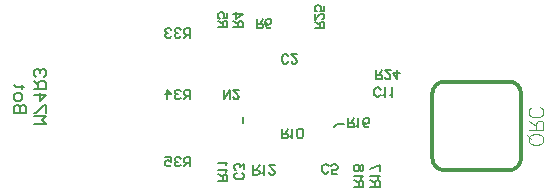
<source format=gbo>
G04*
G04 #@! TF.GenerationSoftware,Altium Limited,Altium Designer,20.2.8 (258)*
G04*
G04 Layer_Color=33789*
%FSLAX44Y44*%
%MOMM*%
G71*
G04*
G04 #@! TF.SameCoordinates,D032E148-705B-442B-B370-39794CB6FC5C*
G04*
G04*
G04 #@! TF.FilePolarity,Positive*
G04*
G01*
G75*
%ADD10C,0.1500*%
%ADD40C,0.3000*%
%ADD59C,0.1250*%
D10*
X285000Y-26000D02*
X288000Y-23000D01*
X294000D01*
X208000Y-22000D02*
Y-17000D01*
X24497Y-13663D02*
X14500D01*
Y-8665D01*
X16166Y-6998D01*
X17832D01*
X19498Y-8665D01*
Y-13663D01*
Y-8665D01*
X21165Y-6998D01*
X22831D01*
X24497Y-8665D01*
Y-13663D01*
X14500Y-2000D02*
Y1332D01*
X16166Y2998D01*
X19498D01*
X21165Y1332D01*
Y-2000D01*
X19498Y-3666D01*
X16166D01*
X14500Y-2000D01*
X22831Y7997D02*
X21165D01*
Y6331D01*
Y9663D01*
Y7997D01*
X16166D01*
X14500Y9663D01*
X31500Y-23326D02*
X41497D01*
X38165Y-19994D01*
X41497Y-16661D01*
X31500D01*
X41497Y-13329D02*
Y-6665D01*
X39831D01*
X33166Y-13329D01*
X31500D01*
Y1666D02*
X41497D01*
X36498Y-3332D01*
Y3332D01*
X31500Y6665D02*
X41497D01*
Y11663D01*
X39831Y13329D01*
X36498D01*
X34832Y11663D01*
Y6665D01*
Y9997D02*
X31500Y13329D01*
X39831Y16661D02*
X41497Y18327D01*
Y21660D01*
X39831Y23326D01*
X38165D01*
X36498Y21660D01*
Y19994D01*
Y21660D01*
X34832Y23326D01*
X33166D01*
X31500Y21660D01*
Y18327D01*
X33166Y16661D01*
X163663Y-58999D02*
Y-51001D01*
X159664D01*
X158332Y-52334D01*
Y-55000D01*
X159664Y-56333D01*
X163663D01*
X160997D02*
X158332Y-58999D01*
X155666Y-52334D02*
X154333Y-51001D01*
X151667D01*
X150334Y-52334D01*
Y-53667D01*
X151667Y-55000D01*
X153000D01*
X151667D01*
X150334Y-56333D01*
Y-57666D01*
X151667Y-58999D01*
X154333D01*
X155666Y-57666D01*
X142337Y-51001D02*
X147668D01*
Y-55000D01*
X145003Y-53667D01*
X143670D01*
X142337Y-55000D01*
Y-57666D01*
X143670Y-58999D01*
X146335D01*
X147668Y-57666D01*
X163663Y-1999D02*
Y5999D01*
X159664D01*
X158332Y4666D01*
Y2000D01*
X159664Y667D01*
X163663D01*
X160997D02*
X158332Y-1999D01*
X155666Y4666D02*
X154333Y5999D01*
X151667D01*
X150334Y4666D01*
Y3333D01*
X151667Y2000D01*
X153000D01*
X151667D01*
X150334Y667D01*
Y-666D01*
X151667Y-1999D01*
X154333D01*
X155666Y-666D01*
X143670Y-1999D02*
Y5999D01*
X147668Y2000D01*
X142337D01*
X163663Y50001D02*
Y57999D01*
X159664D01*
X158332Y56666D01*
Y54000D01*
X159664Y52667D01*
X163663D01*
X160997D02*
X158332Y50001D01*
X155666Y56666D02*
X154333Y57999D01*
X151667D01*
X150334Y56666D01*
Y55333D01*
X151667Y54000D01*
X153000D01*
X151667D01*
X150334Y52667D01*
Y51334D01*
X151667Y50001D01*
X154333D01*
X155666Y51334D01*
X147668Y56666D02*
X146335Y57999D01*
X143670D01*
X142337Y56666D01*
Y55333D01*
X143670Y54000D01*
X145003D01*
X143670D01*
X142337Y52667D01*
Y51334D01*
X143670Y50001D01*
X146335D01*
X147668Y51334D01*
X192000Y-1998D02*
Y6000D01*
Y-1998D02*
X197332Y6000D01*
Y-1998D02*
Y6000D01*
X199922Y-94D02*
Y-475D01*
X200303Y-1237D01*
X200684Y-1617D01*
X201446Y-1998D01*
X202969D01*
X203731Y-1617D01*
X204112Y-1237D01*
X204493Y-475D01*
Y287D01*
X204112Y1049D01*
X203350Y2191D01*
X199541Y6000D01*
X204874D01*
X220000Y58002D02*
Y66000D01*
Y58002D02*
X223428D01*
X224570Y58383D01*
X224951Y58763D01*
X225332Y59525D01*
Y60287D01*
X224951Y61049D01*
X224570Y61430D01*
X223428Y61810D01*
X220000D01*
X222666D02*
X225332Y66000D01*
X231693Y59144D02*
X231312Y58383D01*
X230169Y58002D01*
X229408D01*
X228265Y58383D01*
X227503Y59525D01*
X227122Y61430D01*
Y63334D01*
X227503Y64857D01*
X228265Y65619D01*
X229408Y66000D01*
X229788D01*
X230931Y65619D01*
X231693Y64857D01*
X232074Y63715D01*
Y63334D01*
X231693Y62191D01*
X230931Y61430D01*
X229788Y61049D01*
X229408D01*
X228265Y61430D01*
X227503Y62191D01*
X227122Y63334D01*
X194998Y59000D02*
X187000D01*
X194998D02*
Y62428D01*
X194617Y63570D01*
X194237Y63951D01*
X193475Y64332D01*
X192713D01*
X191951Y63951D01*
X191570Y63570D01*
X191190Y62428D01*
Y59000D01*
Y61666D02*
X187000Y64332D01*
X194998Y70693D02*
Y66884D01*
X191570Y66503D01*
X191951Y66884D01*
X192332Y68027D01*
Y69169D01*
X191951Y70312D01*
X191190Y71074D01*
X190047Y71455D01*
X189285D01*
X188143Y71074D01*
X187381Y70312D01*
X187000Y69169D01*
Y68027D01*
X187381Y66884D01*
X187762Y66503D01*
X188524Y66122D01*
X207998Y59000D02*
X200000D01*
X207998D02*
Y62428D01*
X207617Y63570D01*
X207237Y63951D01*
X206475Y64332D01*
X205713D01*
X204951Y63951D01*
X204571Y63570D01*
X204190Y62428D01*
Y59000D01*
Y61666D02*
X200000Y64332D01*
X207998Y69931D02*
X202666Y66122D01*
Y71835D01*
X207998Y69931D02*
X200000D01*
X276998Y58000D02*
X269000D01*
X276998D02*
Y61428D01*
X276617Y62571D01*
X276237Y62951D01*
X275475Y63332D01*
X274713D01*
X273951Y62951D01*
X273570Y62571D01*
X273190Y61428D01*
Y58000D01*
Y60666D02*
X269000Y63332D01*
X275094Y65503D02*
X275475D01*
X276237Y65884D01*
X276617Y66265D01*
X276998Y67027D01*
Y68550D01*
X276617Y69312D01*
X276237Y69693D01*
X275475Y70074D01*
X274713D01*
X273951Y69693D01*
X272809Y68931D01*
X269000Y65122D01*
Y70455D01*
X276998Y76815D02*
Y73006D01*
X273570Y72625D01*
X273951Y73006D01*
X274332Y74149D01*
Y75292D01*
X273951Y76434D01*
X273190Y77196D01*
X272047Y77577D01*
X271285D01*
X270143Y77196D01*
X269381Y76434D01*
X269000Y75292D01*
Y74149D01*
X269381Y73006D01*
X269762Y72625D01*
X270523Y72245D01*
X321000Y15002D02*
Y23000D01*
Y15002D02*
X324428D01*
X325570Y15383D01*
X325951Y15763D01*
X326332Y16525D01*
Y17287D01*
X325951Y18049D01*
X325570Y18430D01*
X324428Y18810D01*
X321000D01*
X323666D02*
X326332Y23000D01*
X328503Y16906D02*
Y16525D01*
X328884Y15763D01*
X329265Y15383D01*
X330027Y15002D01*
X331550D01*
X332312Y15383D01*
X332693Y15763D01*
X333074Y16525D01*
Y17287D01*
X332693Y18049D01*
X331931Y19191D01*
X328122Y23000D01*
X333455D01*
X339053Y15002D02*
X335245Y20334D01*
X340958D01*
X339053Y15002D02*
Y23000D01*
X309998Y-76000D02*
X302000D01*
X309998D02*
Y-72572D01*
X309617Y-71430D01*
X309237Y-71049D01*
X308475Y-70668D01*
X307713D01*
X306951Y-71049D01*
X306570Y-71430D01*
X306190Y-72572D01*
Y-76000D01*
Y-73334D02*
X302000Y-70668D01*
X308475Y-68878D02*
X308856Y-68116D01*
X309998Y-66973D01*
X302000D01*
X309998Y-61108D02*
X309617Y-62250D01*
X308856Y-62631D01*
X308094D01*
X307332Y-62250D01*
X306951Y-61489D01*
X306570Y-59965D01*
X306190Y-58823D01*
X305428Y-58061D01*
X304666Y-57680D01*
X303524D01*
X302762Y-58061D01*
X302381Y-58442D01*
X302000Y-59584D01*
Y-61108D01*
X302381Y-62250D01*
X302762Y-62631D01*
X303524Y-63012D01*
X304666D01*
X305428Y-62631D01*
X306190Y-61870D01*
X306570Y-60727D01*
X306951Y-59204D01*
X307332Y-58442D01*
X308094Y-58061D01*
X308856D01*
X309617Y-58442D01*
X309998Y-59584D01*
Y-61108D01*
X323998Y-76000D02*
X316000D01*
X323998D02*
Y-72572D01*
X323617Y-71430D01*
X323237Y-71049D01*
X322475Y-70668D01*
X321713D01*
X320951Y-71049D01*
X320570Y-71430D01*
X320190Y-72572D01*
Y-76000D01*
Y-73334D02*
X316000Y-70668D01*
X322475Y-68878D02*
X322856Y-68116D01*
X323998Y-66973D01*
X316000D01*
X323998Y-57680D02*
X316000Y-61489D01*
X323998Y-63012D02*
Y-57680D01*
X297000Y-25998D02*
Y-18000D01*
Y-25998D02*
X300428D01*
X301570Y-25617D01*
X301951Y-25237D01*
X302332Y-24475D01*
Y-23713D01*
X301951Y-22951D01*
X301570Y-22570D01*
X300428Y-22190D01*
X297000D01*
X299666D02*
X302332Y-18000D01*
X304122Y-24475D02*
X304884Y-24856D01*
X306027Y-25998D01*
Y-18000D01*
X314558Y-24856D02*
X314177Y-25617D01*
X313035Y-25998D01*
X312273D01*
X311130Y-25617D01*
X310369Y-24475D01*
X309988Y-22570D01*
Y-20666D01*
X310369Y-19143D01*
X311130Y-18381D01*
X312273Y-18000D01*
X312654D01*
X313796Y-18381D01*
X314558Y-19143D01*
X314939Y-20285D01*
Y-20666D01*
X314558Y-21809D01*
X313796Y-22570D01*
X312654Y-22951D01*
X312273D01*
X311130Y-22570D01*
X310369Y-21809D01*
X309988Y-20666D01*
X217000Y-65998D02*
Y-58000D01*
Y-65998D02*
X220428D01*
X221570Y-65617D01*
X221951Y-65237D01*
X222332Y-64475D01*
Y-63713D01*
X221951Y-62951D01*
X221570Y-62571D01*
X220428Y-62190D01*
X217000D01*
X219666D02*
X222332Y-58000D01*
X224122Y-64475D02*
X224884Y-64856D01*
X226027Y-65998D01*
Y-58000D01*
X230369Y-64094D02*
Y-64475D01*
X230749Y-65237D01*
X231130Y-65617D01*
X231892Y-65998D01*
X233416D01*
X234177Y-65617D01*
X234558Y-65237D01*
X234939Y-64475D01*
Y-63713D01*
X234558Y-62951D01*
X233796Y-61809D01*
X229988Y-58000D01*
X235320D01*
X194998Y-71000D02*
X187000D01*
X194998D02*
Y-67572D01*
X194617Y-66430D01*
X194237Y-66049D01*
X193475Y-65668D01*
X192713D01*
X191951Y-66049D01*
X191570Y-66430D01*
X191190Y-67572D01*
Y-71000D01*
Y-68334D02*
X187000Y-65668D01*
X193475Y-63878D02*
X193856Y-63116D01*
X194998Y-61973D01*
X187000D01*
X193475Y-58012D02*
X193856Y-57251D01*
X194998Y-56108D01*
X187000D01*
X241000Y-34998D02*
Y-27000D01*
Y-34998D02*
X244428D01*
X245571Y-34617D01*
X245951Y-34237D01*
X246332Y-33475D01*
Y-32713D01*
X245951Y-31951D01*
X245571Y-31570D01*
X244428Y-31190D01*
X241000D01*
X243666D02*
X246332Y-27000D01*
X248122Y-33475D02*
X248884Y-33856D01*
X250027Y-34998D01*
Y-27000D01*
X256273Y-34998D02*
X255130Y-34617D01*
X254369Y-33475D01*
X253988Y-31570D01*
Y-30428D01*
X254369Y-28523D01*
X255130Y-27381D01*
X256273Y-27000D01*
X257035D01*
X258177Y-27381D01*
X258939Y-28523D01*
X259320Y-30428D01*
Y-31570D01*
X258939Y-33475D01*
X258177Y-34617D01*
X257035Y-34998D01*
X256273D01*
X280713Y-63094D02*
X280332Y-63856D01*
X279571Y-64617D01*
X278809Y-64998D01*
X277285D01*
X276523Y-64617D01*
X275762Y-63856D01*
X275381Y-63094D01*
X275000Y-61951D01*
Y-60047D01*
X275381Y-58904D01*
X275762Y-58143D01*
X276523Y-57381D01*
X277285Y-57000D01*
X278809D01*
X279571Y-57381D01*
X280332Y-58143D01*
X280713Y-58904D01*
X287531Y-64998D02*
X283722D01*
X283341Y-61570D01*
X283722Y-61951D01*
X284865Y-62332D01*
X286007D01*
X287150Y-61951D01*
X287911Y-61190D01*
X288292Y-60047D01*
Y-59285D01*
X287911Y-58143D01*
X287150Y-57381D01*
X286007Y-57000D01*
X284865D01*
X283722Y-57381D01*
X283341Y-57762D01*
X282960Y-58524D01*
X207094Y-64287D02*
X207856Y-64668D01*
X208617Y-65430D01*
X208998Y-66191D01*
Y-67715D01*
X208617Y-68477D01*
X207856Y-69238D01*
X207094Y-69619D01*
X205951Y-70000D01*
X204047D01*
X202904Y-69619D01*
X202143Y-69238D01*
X201381Y-68477D01*
X201000Y-67715D01*
Y-66191D01*
X201381Y-65430D01*
X202143Y-64668D01*
X202904Y-64287D01*
X208998Y-61278D02*
Y-57088D01*
X205951Y-59374D01*
Y-58231D01*
X205571Y-57469D01*
X205190Y-57088D01*
X204047Y-56708D01*
X203285D01*
X202143Y-57088D01*
X201381Y-57850D01*
X201000Y-58993D01*
Y-60135D01*
X201381Y-61278D01*
X201762Y-61659D01*
X202523Y-62040D01*
X246713Y29906D02*
X246332Y29144D01*
X245571Y28383D01*
X244809Y28002D01*
X243285D01*
X242523Y28383D01*
X241762Y29144D01*
X241381Y29906D01*
X241000Y31049D01*
Y32953D01*
X241381Y34096D01*
X241762Y34857D01*
X242523Y35619D01*
X243285Y36000D01*
X244809D01*
X245571Y35619D01*
X246332Y34857D01*
X246713Y34096D01*
X249341Y29906D02*
Y29525D01*
X249722Y28763D01*
X250103Y28383D01*
X250865Y28002D01*
X252388D01*
X253150Y28383D01*
X253531Y28763D01*
X253911Y29525D01*
Y30287D01*
X253531Y31049D01*
X252769Y32191D01*
X248960Y36000D01*
X254292D01*
X324713Y1906D02*
X324332Y1144D01*
X323570Y383D01*
X322809Y2D01*
X321285D01*
X320523Y383D01*
X319762Y1144D01*
X319381Y1906D01*
X319000Y3049D01*
Y4953D01*
X319381Y6096D01*
X319762Y6857D01*
X320523Y7619D01*
X321285Y8000D01*
X322809D01*
X323570Y7619D01*
X324332Y6857D01*
X324713Y6096D01*
X326960Y1525D02*
X327722Y1144D01*
X328865Y2D01*
Y8000D01*
X332826Y1525D02*
X333587Y1144D01*
X334730Y2D01*
Y8000D01*
D40*
X443625Y2840D02*
G03*
X433625Y12840I-10000J0D01*
G01*
X378625D02*
G03*
X368625Y2840I0J-10000D01*
G01*
Y-52160D02*
G03*
X378625Y-62160I10000J0D01*
G01*
X433625D02*
G03*
X443625Y-52160I0J10000D01*
G01*
X378625Y12840D02*
X433625D01*
X368625Y-52160D02*
Y2840D01*
X378625Y-62160D02*
X433625D01*
X443625Y-52160D02*
Y2840D01*
D59*
X462497Y-37429D02*
X461902Y-38620D01*
X460712Y-39810D01*
X459522Y-40405D01*
X457736Y-41000D01*
X454761D01*
X452976Y-40405D01*
X451785Y-39810D01*
X450595Y-38620D01*
X450000Y-37429D01*
Y-35049D01*
X450595Y-33859D01*
X451785Y-32668D01*
X452976Y-32073D01*
X454761Y-31478D01*
X457736D01*
X459522Y-32073D01*
X460712Y-32668D01*
X461902Y-33859D01*
X462497Y-35049D01*
Y-37429D01*
X452380Y-35644D02*
X448810Y-32073D01*
X462497Y-28562D02*
X450000D01*
X462497D02*
Y-23206D01*
X461902Y-21421D01*
X461307Y-20826D01*
X460117Y-20231D01*
X458927D01*
X457736Y-20826D01*
X457141Y-21421D01*
X456546Y-23206D01*
Y-28562D01*
Y-24396D02*
X450000Y-20231D01*
X459522Y-8507D02*
X460712Y-9102D01*
X461902Y-10292D01*
X462497Y-11482D01*
Y-13863D01*
X461902Y-15053D01*
X460712Y-16243D01*
X459522Y-16839D01*
X457736Y-17434D01*
X454761D01*
X452976Y-16839D01*
X451785Y-16243D01*
X450595Y-15053D01*
X450000Y-13863D01*
Y-11482D01*
X450595Y-10292D01*
X451785Y-9102D01*
X452976Y-8507D01*
M02*

</source>
